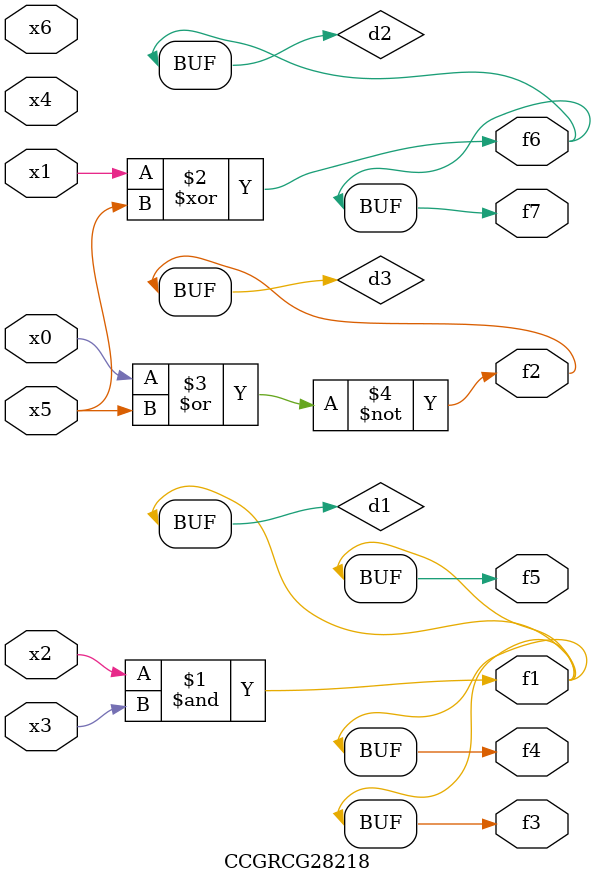
<source format=v>
module CCGRCG28218(
	input x0, x1, x2, x3, x4, x5, x6,
	output f1, f2, f3, f4, f5, f6, f7
);

	wire d1, d2, d3;

	and (d1, x2, x3);
	xor (d2, x1, x5);
	nor (d3, x0, x5);
	assign f1 = d1;
	assign f2 = d3;
	assign f3 = d1;
	assign f4 = d1;
	assign f5 = d1;
	assign f6 = d2;
	assign f7 = d2;
endmodule

</source>
